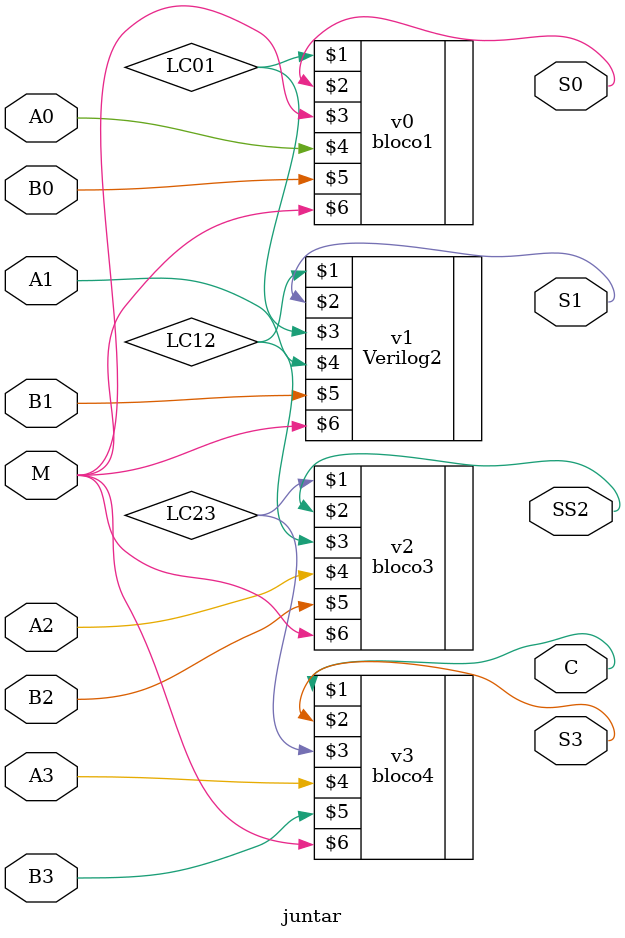
<source format=v>
module juntar (output wire C, S0,S1,SS2,S3,
							
				  input wire	M,A0,A1,A2,A3,B0,B1,B2,B3);
				 wire LC01,LC12,LC23;
			  
			  bloco1 v0 (LC01,S0,M,A0,B0,M);
			  Verilog2 v1 (LC12,S1,LC01,A1,B1,M);
			  bloco3 v2 (LC23,SS2,LC12,A2,B2,M);
			  bloco4 v3 (C,S3,LC23,A3,B3,M);
endmodule 

</source>
